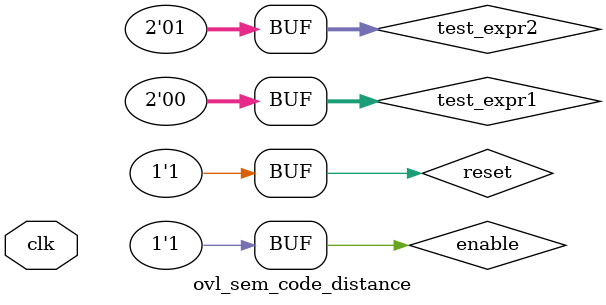
<source format=sv>
module ovl_sem_code_distance(input logic clk);
  logic reset = 1'b1;
  logic enable = 1'b1;
  logic [1:0] test_expr1 = 2'b00;
`ifdef FAIL
  logic [1:0] test_expr2 = 2'b0x;
`else
  logic [1:0] test_expr2 = 2'b01;
`endif

  ovl_code_distance #(
      .width(2),
      .min(1),
      .max(1)) dut (
      .clock(clk),
      .reset(reset),
      .enable(enable),
      .test_expr1(test_expr1),
      .test_expr2(test_expr2),
      .fire());
endmodule

</source>
